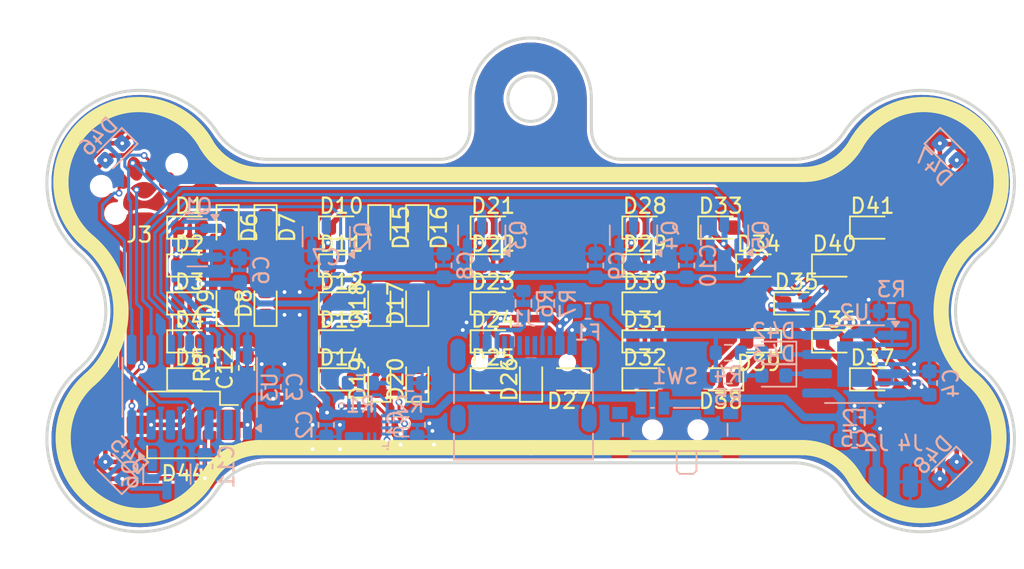
<source format=kicad_pcb>
(kicad_pcb (version 20240108) (generator "pcbnew") (generator_version "8.0")
  (layers (0 "F.Cu" signal) (31 "B.Cu" signal) (34 "B.Paste" user) (35 "F.Paste" user) (36 "B.SilkS" user "B.Silkscreen") (37 "F.SilkS" user "F.Silkscreen") (38 "B.Mask" user) (39 "F.Mask" user) (44 "Edge.Cuts" user))
  (net 0 "")
  (net 1 "+3.3V")
  (net 2 "Net-(D1-K)")
  (net 3 "Net-(D10-K)")
  (net 4 "Net-(D21-K)")
  (net 5 "Net-(D28-K)")
  (net 6 "Net-(D33-K)")
  (net 7 "GND")
  (net 8 "/DISP_F")
  (net 9 "/DISP_E")
  (net 10 "/DISP_L")
  (net 11 "/DISP_I")
  (net 14 "Net-(U1-FB)")
  (net 16 "Net-(SW1-A)")
  (net 19 "Net-(J1-CC2)")
  (net 20 "Net-(F1-Pad1)")
  (net 23 "Net-(J1-CC1)")
  (net 27 "Net-(U2-PROG)")
  (net 28 "Net-(U2-CE)")
  (net 30 "Net-(D42-K)")
  (net 31 "Net-(D42-A)")
  (net 32 "Net-(D43-K)")
  (net 33 "Net-(D43-A)")
  (net 38 "/Photo")
  (net 39 "/DISP_X_SCK")
  (net 40 "+BATT")
  (net 41 "/MISO")
  (net 42 "Net-(D45-K)")
  (net 43 "/BACK_MOSI")
  (net 44 "Net-(J2-Pin_1)")
  (net 47 "/~{RST}")
  (footprint "LED_SMD:LED_0603_1608Metric" (layer "F.Cu") (at 65 42.5)
    (property "Reference" "D2")
    (property "Value" "LED")
  )
  (footprint "LED_SMD:LED_0603_1608Metric" (layer "F.Cu") (at 95 40)
    (property "Reference" "D28")
    (property "Value" "LED")
  )
  (footprint "LED_SMD:LED_0603_1608Metric" (layer "F.Cu") (at 67.5 45 90)
    (property "Reference" "D9")
    (property "Value" "LED")
  )
  (footprint "LED_SMD:LED_0603_1608Metric" (layer "F.Cu") (at 65 45)
    (property "Reference" "D3")
    (property "Value" "LED")
  )
  (footprint "Capacitor_SMD:C_0603_1608Metric" (layer "F.Cu") (at 68.75 49.25 90)
    (property "Reference" "C12")
    (property "Value" "~")
  )
  (footprint "LED_SMD:LED_0603_1608Metric" (layer "F.Cu") (at 85 40)
    (property "Reference" "D21")
    (property "Value" "LED")
  )
  (footprint "LED_SMD:LED_0603_1608Metric" (layer "F.Cu") (at 85 50)
    (property "Reference" "D25")
    (property "Value" "LED")
  )
  (footprint "LED_SMD:LED_0603_1608Metric" (layer "F.Cu") (at 110 50)
    (property "Reference" "D37")
    (property "Value" "LED")
  )
  (footprint "LED_SMD:LED_0603_1608Metric" (layer "F.Cu") (at 77.5 50 90)
    (property "Reference" "D19")
    (property "Value" "LED")
  )
  (footprint "LED_SMD:LED_0603_1608Metric" (layer "F.Cu") (at 70 40 -90)
    (property "Reference" "D7")
    (property "Value" "LED")
  )
  (footprint "LED_SMD:LED_0603_1608Metric" (layer "F.Cu") (at 80 50 90)
    (property "Reference" "D20")
    (property "Value" "LED")
  )
  (footprint "LED_SMD:LED_0603_1608Metric" (layer "F.Cu") (at 105 45)
    (property "Reference" "D35")
    (property "Value" "LED")
  )
  (footprint "Resistor_SMD:R_0603_1608Metric" (layer "F.Cu") (at 67.250001 49.25 90)
    (property "Reference" "R8")
    (property "Value" "R")
  )
  (footprint "LED_SMD:LED_0603_1608Metric" (layer "F.Cu") (at 75 50)
    (property "Reference" "D14")
    (property "Value" "LED")
  )
  (footprint "LED_SMD:LED_0603_1608Metric" (layer "F.Cu") (at 95 47.5)
    (property "Reference" "D31")
    (property "Value" "LED")
  )
  (footprint "LED_SMD:LED_0603_1608Metric" (layer "F.Cu") (at 95 50)
    (property "Reference" "D32")
    (property "Value" "LED")
  )
  (footprint "LED_SMD:LED_0603_1608Metric" (layer "F.Cu") (at 110 40)
    (property "Reference" "D41")
    (property "Value" "LED")
  )
  (footprint "LED_SMD:LED_0603_1608Metric" (layer "F.Cu") (at 95 45)
    (property "Reference" "D30")
    (property "Value" "LED")
  )
  (footprint "LED_SMD:LED_0603_1608Metric" (layer "F.Cu") (at 100 40)
    (property "Reference" "D33")
    (property "Value" "LED")
  )
  (footprint "LED_SMD:LED_0603_1608Metric" (layer "F.Cu") (at 77.5 45 90)
    (property "Reference" "D18")
    (property "Value" "LED")
  )
  (footprint "LED_SMD:LED_0603_1608Metric" (layer "F.Cu") (at 85 42.5)
    (property "Reference" "D22")
    (property "Value" "LED")
  )
  (footprint "LED_SMD:LED_0603_1608Metric" (layer "F.Cu") (at 80 40 -90)
    (property "Reference" "D16")
    (property "Value" "LED")
  )
  (footprint "LED_SMD:LED_0603_1608Metric" (layer "F.Cu") (at 65 47.5)
    (property "Reference" "D4")
    (property "Value" "LED")
  )
  (footprint "LED_SMD:LED_0603_1608Metric" (layer "F.Cu") (at 80 45 90)
    (property "Reference" "D17")
    (property "Value" "LED")
  )
  (footprint "LED_SMD:LED_0603_1608Metric" (layer "F.Cu") (at 95 42.5)
    (property "Reference" "D29")
    (property "Value" "LED")
  )
  (footprint "LED_SMD:LED_0603_1608Metric" (layer "F.Cu") (at 85 47.5)
    (property "Reference" "D24")
    (property "Value" "LED")
  )
  (footprint "LED_SMD:LED_0603_1608Metric" (layer "F.Cu") (at 65 40)
    (property "Reference" "D1")
    (property "Value" "LED")
  )
  (footprint "LED_SMD:LED_0603_1608Metric" (layer "F.Cu") (at 75 42.5)
    (property "Reference" "D11")
    (property "Value" "LED")
  )
  (footprint "LED_SMD:LED_0603_1608Metric" (layer "F.Cu") (at 107.5 47.5)
    (property "Reference" "D36")
    (property "Value" "LED")
  )
  (footprint "LED_SMD:LED_0603_1608Metric" (layer "F.Cu") (at 70 45 90)
    (property "Reference" "D8")
    (property "Value" "LED")
  )
  (footprint "LED_SMD:LED_0603_1608Metric" (layer "F.Cu") (at 87.5 50 90)
    (property "Reference" "D26")
    (property "Value" "LED")
  )
  (footprint "LED_SMD:LED_0603_1608Metric" (layer "F.Cu") (at 102.5 42.5)
    (property "Reference" "D34")
    (property "Value" "LED")
  )
  (footprint "LED_SMD:LED_0603_1608Metric" (layer "F.Cu") (at 77.5 40 -90)
    (property "Reference" "D15")
    (property "Value" "LED")
  )
  (footprint "LED_SMD:LED_0603_1608Metric" (layer "F.Cu") (at 90 50 180)
    (property "Reference" "D27")
    (property "Value" "LED")
  )
  (footprint "LED_SMD:LED_0603_1608Metric" (layer "F.Cu") (at 85 45)
    (property "Reference" "D23")
    (property "Value" "LED")
  )
  (footprint "Paw-connect:Paw-Connect_RevA_TC2030-IDC-NL_2x03_P1.27mm_Vertical" (layer "F.Cu") (at 61.66 37.46)
    (property "Reference" "J3")
    (property "Value" "paw-connect")
  )
  (footprint "LED_SMD:LED_0603_1608Metric" (layer "F.Cu") (at 102.5 47.5 180)
    (property "Reference" "D39")
    (property "Value" "LED")
  )
  (footprint "LED_SMD:LED_0603_1608Metric" (layer "F.Cu") (at 75 45)
    (property "Reference" "D12")
    (property "Value" "LED")
  )
  (footprint "LED_SMD:LED_0603_1608Metric" (layer "F.Cu") (at 107.5 42.5)
    (property "Reference" "D40")
    (property "Value" "LED")
  )
  (footprint "LED_SMD:LED_0603_1608Metric" (layer "F.Cu") (at 75 40)
    (property "Reference" "D10")
    (property "Value" "LED")
  )
  (footprint "LED_SMD:LED_0603_1608Metric" (layer "F.Cu") (at 65 50)
    (property "Reference" "D5")
    (property "Value" "LED")
  )
  (footprint "OptoDevice:Osram_BPW34S-SMD" (layer "F.Cu") (at 64.6 53 180)
    (property "Reference" "D44")
    (property "Value" "BPW34-SMD")
  )
  (footprint "LED_SMD:LED_0603_1608Metric" (layer "F.Cu") (at 75 47.5)
    (property "Reference" "D13")
    (property "Value" "LED")
  )
  (footprint "LED_SMD:LED_0603_1608Metric" (layer "F.Cu") (at 100 50 180)
    (property "Reference" "D38")
    (property "Value" "LED")
  )
  (footprint "LED_SMD:LED_0603_1608Metric" (layer "F.Cu") (at 67.5 40 -90)
    (property "Reference" "D6")
    (property "Value" "LED")
  )
  (footprint "Connector_Wire:SolderWirePad_1x01_SMD_1x2mm" (layer "B.Cu") (at 110.25 56.75 180)
    (property "Reference" "J2")
    (property "Value" "BATT+")
  )
  (footprint "Capacitor_SMD:C_0603_1608Metric" (layer "B.Cu") (at 113.75 50.25 90)
    (property "Reference" "C4")
    (property "Value" "10u")
  )
  (footprint "Capacitor_SMD:C_0603_1608Metric" (layer "B.Cu") (at 66 55.75 90)
    (property "Reference" "C11")
    (property "Value" "10u")
  )
  (footprint "Package_TO_SOT_SMD:SOT-23" (layer "B.Cu") (at 74 40.6 90)
    (property "Reference" "Q2")
    (property "Value" "IRLML2502")
  )
  (footprint "Capacitor_SMD:C_0603_1608Metric" (layer "B.Cu") (at 81.75 42.5 90)
    (property "Reference" "C8")
    (property "Value" "10u")
  )
  (footprint "Resistor_SMD:R_0603_1608Metric" (layer "B.Cu") (at 111.25 45.5 180)
    (property "Reference" "R3")
    (property "Value" "18k")
  )
  (footprint "Capacitor_SMD:C_0603_1608Metric" (layer "B.Cu") (at 73.999999 53 -90)
    (property "Reference" "C2")
    (property "Value" "10u")
  )
  (footprint "Resistor_SMD:R_0603_1608Metric" (layer "B.Cu") (at 100.5 48.25)
    (property "Reference" "R4")
    (property "Value" "5k1")
  )
  (footprint "Capacitor_SMD:C_0603_1608Metric" (layer "B.Cu") (at 108.82 52.5)
    (property "Reference" "C5")
    (property "Value" "10u")
  )
  (footprint "LED_SMD:LED_0603_1608Metric" (layer "B.Cu") (at 60 35 -135)
    (property "Reference" "D46")
    (property "Value" "LED")
  )
  (footprint "Resistor_SMD:R_0603_1608Metric" (layer "B.Cu") (at 76.25 50.25)
    (property "Reference" "R1")
    (property "Value" "R")
  )
  (footprint "Resistor_SMD:R_0603_1608Metric" (layer "B.Cu") (at 100.5 49.75)
    (property "Reference" "R5")
    (property "Value" "5k1")
  )
  (footprint "Resistor_SMD:R_0603_1608Metric" (layer "B.Cu") (at 88.5 45 90)
    (property "Reference" "R7")
    (property "Value" "5k1")
  )
  (footprint "Resistor_SMD:R_0603_1608Metric" (layer "B.Cu") (at 79.5 50.25)
    (property "Reference" "R2")
    (property "Value" "R")
  )
  (footprint "Package_TO_SOT_SMD:SOT-23" (layer "B.Cu") (at 63.5 56.25 -90)
    (property "Reference" "Q6")
    (property "Value" "IRLML2502")
  )
  (footprint "Capacitor_SMD:C_0603_1608Metric" (layer "B.Cu") (at 70.5 50.5 90)
    (property "Reference" "C3")
    (property "Value" "100n")
  )
  (footprint "Fuse:Fuse_0603_1608Metric_Pad1.05x0.95mm_HandSolder" (layer "B.Cu") (at 108.82 54 180)
    (property "Reference" "F2")
    (property "Value" "500mA")
  )
  (footprint "Resistor_SMD:R_0603_1608Metric" (layer "B.Cu") (at 87 45 90)
    (property "Reference" "R6")
    (property "Value" "5k1")
  )
  (footprint "Package_TO_SOT_SMD:SOT-23" (layer "B.Cu") (at 84.25 40.5 90)
    (property "Reference" "Q3")
    (property "Value" "IRLML2502")
  )
  (footprint "LED_SMD:LED_0603_1608Metric" (layer "B.Cu") (at 103.5 49.75 180)
    (property "Reference" "D43")
    (property "Value" "LED gn 150mcd")
  )
  (footprint "MPS:MPM3810" (layer "B.Cu") (at 76.5 53 90)
    (property "Reference" "U1")
    (property "Value" "MPM3810")
  )
  (footprint "Connector_USB:USB_C_Receptacle_G-Switch_GT-USB-7010ASV" (layer "B.Cu") (at 87 51.5 180)
    (property "Reference" "J1")
    (property "Value" "USB_C_Receptacle_USB2.0_16P")
  )
  (footprint "Package_TO_SOT_SMD:SOT-23" (layer "B.Cu") (at 94.25 40.5 90)
    (property "Reference" "Q4")
    (property "Value" "IRLML2502")
  )
  (footprint "Package_SO:SOIC-8-1EP_3.9x4.9mm_P1.27mm_EP2.29x3mm" (layer "B.Cu") (at 108.82 49 180)
    (property "Reference" "U2")
    (property "Value" "TP4056")
  )
  (footprint "Capacitor_SMD:C_0603_1608Metric" (layer "B.Cu") (at 74 43.4 180)
    (property "Reference" "C7")
    (property "Value" "10u")
  )
  (footprint "Capacitor_SMD:C_0603_1608Metric" (layer "B.Cu") (at 97.75 42.5 90)
    (property "Reference" "C10")
    (property "Value" "10u")
  )
  (footprint "LED_SMD:LED_0603_1608Metric" (layer "B.Cu") (at 103.5 48.25 180)
    (property "Reference" "D42")
    (property "Value" "LED rd 450mcd")
  )
  (footprint "Capacitor_SMD:C_0603_1608Metric" (layer "B.Cu") (at 91.75 42.5 90)
    (property "Reference" "C9")
    (property "Value" "10u")
  )
  (footprint "Connector_Wire:SolderWirePad_1x01_SMD_1x2mm" (layer "B.Cu") (at 112.5 56.75 180)
    (property "Reference" "J4")
    (property "Value" "BATT-")
  )
  (footprint "Fuse:Fuse_0603_1608Metric_Pad1.05x0.95mm_HandSolder" (layer "B.Cu") (at 91.25 45.5)
    (property "Reference" "F1")
    (property "Value" "500mA")
  )
  (footprint "Capacitor_SMD:C_0603_1608Metric" (layer "B.Cu") (at 68.3 42.8 90)
    (property "Reference" "C6")
    (property "Value" "10u")
  )
  (footprint "LED_SMD:LED_0603_1608Metric" (layer "B.Cu") (at 115 56 -135)
    (property "Reference" "D48")
    (property "Value" "LED")
  )
  (footprint "LED_SMD:LED_0603_1608Metric" (layer "B.Cu") (at 115 35 -45)
    (property "Reference" "D47")
    (property "Value" "LED")
  )
  (footprint "Button_Switch_SMD:SW_SPDT_PCM12" (layer "B.Cu") (at 97 53 180)
    (property "Reference" "SW1")
    (property "Value" "SW_SPDT")
  )
  (footprint "Package_TO_SOT_SMD:SOT-23" (layer "B.Cu") (at 100.25 40.5 90)
    (property "Reference" "Q5")
    (property "Value" "IRLML2502")
  )
  (footprint "LED_SMD:LED_0603_1608Metric" (layer "B.Cu") (at 60 56 135)
    (property "Reference" "D45")
    (property "Value" "LED")
  )
  (footprint "Capacitor_SMD:C_0603_1608Metric" (layer "B.Cu") (at 79.999999 53 -90)
    (property "Reference" "C1")
    (property "Value" "10u")
  )
  (footprint "Package_SO:SOIC-14_3.9x8.7mm_P1.27mm" (layer "B.Cu") (at 65 50.525 90)
    (property "Reference" "U3")
    (property "Value" "ATtiny24")
  )
  (footprint "Package_TO_SOT_SMD:SOT-23" (layer "B.Cu") (at 65.5 41 180)
    (property "Reference" "Q1")
    (property "Value" "IRLML2502")
  )
  (gr_arc (start 66.184754 56.466347) (mid 58.508505 57.797635) (end 58.42239 50.007275) (stroke (width 1)) (layer "F.SilkS"))
  (gr_arc (start 116.577624 50.007275) (mid 114.525245 45.44677) (end 116.658552 40.923555) (stroke (width 1)) (layer "F.SilkS"))
  (gr_arc (start 105.370807 54.5) (mid 107.353909 55.026197) (end 108.81526 56.466347) (stroke (width 1)) (layer "F.SilkS"))
  (gr_line (start 69.629206 54.5) (end 87.500007 54.5) (stroke (width 1)) (layer "F.SilkS"))
  (gr_arc (start 58.341462 40.923555) (mid 58.355295 33.076495) (end 66.076327 34.477279) (stroke (width 1)) (layer "F.SilkS"))
  (gr_line (start 87.500007 36.5) (end 69.553449 36.5) (stroke (width 1)) (layer "F.SilkS"))
  (gr_arc (start 58.341462 40.923555) (mid 60.474767 45.44677) (end 58.42239 50.007275) (stroke (width 1)) (layer "F.SilkS"))
  (gr_line (start 105.446567 36.5) (end 87.500007 36.5) (stroke (width 1)) (layer "F.SilkS"))
  (gr_line (start 87.500007 54.5) (end 105.370807 54.5) (stroke (width 1)) (layer "F.SilkS"))
  (gr_arc (start 116.577624 50.007275) (mid 116.491484 57.797629) (end 108.81526 56.466347) (stroke (width 1)) (layer "F.SilkS"))
  (gr_arc (start 108.923687 34.477279) (mid 107.457895 35.957536) (end 105.446567 36.5) (stroke (width 1)) (layer "F.SilkS"))
  (gr_arc (start 108.923687 34.477279) (mid 116.644717 33.076496) (end 116.658552 40.923555) (stroke (width 1)) (layer "F.SilkS"))
  (gr_arc (start 69.553449 36.5) (mid 67.54212 35.957536) (end 66.076327 34.477279) (stroke (width 1)) (layer "F.SilkS"))
  (gr_arc (start 66.184754 56.466347) (mid 67.646104 55.026197) (end 69.629206 54.5) (stroke (width 1)) (layer "F.SilkS"))
  (gr_circle (center 87.475 31.5) (end 88.975 31.5) (stroke (width 0.2)) (fill none) (layer "Edge.Cuts"))
  (gr_line (start 117.217249 41.717283) (end 117.217478 41.718279) (stroke (width 0.2)) (layer "Edge.Cuts"))
  (gr_arc (start 70.149 35.5) (mid 68.253047 35.022125) (end 66.810109 33.702681) (stroke (width 0.2)) (layer "Edge.Cuts"))
  (gr_line (start 57.732529 41.718285) (end 57.732759 41.717288) (stroke (width 0.2)) (layer "Edge.Cuts"))
  (gr_line (start 83.475 33.5) (end 83.475 31.5) (stroke (width 0.2)) (layer "Edge.Cuts"))
  (gr_arc (start 117.217478 49.281722) (mid 115.475001 45.5) (end 117.217478 41.718279) (stroke (width 0.2)) (layer "Edge.Cuts"))
  (gr_line (start 104.801 55.4995) (end 87.475 55.4995) (stroke (width 0.2)) (layer "Edge.Cuts"))
  (gr_arc (start 57.732759 41.717288) (mid 57.658485 32.485241) (end 66.810343 33.701671) (stroke (width 0.2)) (layer "Edge.Cuts"))
  (gr_arc (start 66.810108 57.296819) (mid 68.253047 55.977375) (end 70.149 55.4995) (stroke (width 0.2)) (layer "Edge.Cuts"))
  (gr_line (start 70.149 35.5) (end 81.475 35.5) (stroke (width 0.2)) (layer "Edge.Cuts"))
  (gr_line (start 66.810343 33.701671) (end 66.810109 33.702681) (stroke (width 0.2)) (layer "Edge.Cuts"))
  (gr_line (start 93.475 35.5) (end 104.801 35.5) (stroke (width 0.2)) (layer "Edge.Cuts"))
  (gr_arc (start 57.732529 41.718285) (mid 59.474999 45.5) (end 57.73253 49.281715) (stroke (width 0.2)) (layer "Edge.Cuts"))
  (gr_arc (start 108.139669 33.701651) (mid 117.291521 32.485245) (end 117.217249 41.717283) (stroke (width 0.2)) (layer "Edge.Cuts"))
  (gr_arc (start 83.475 31.5) (mid 87.475 27.5) (end 91.475 31.5) (stroke (width 0.2)) (layer "Edge.Cuts"))
  (gr_line (start 104.801 35.499999) (end 104.801 35.5) (stroke (width 0.2)) (layer "Edge.Cuts"))
  (gr_line (start 117.217478 49.281722) (end 117.217249 49.28122) (stroke (width 0.2)) (layer "Edge.Cuts"))
  (gr_arc (start 108.139898 33.702667) (mid 106.696959 35.022119) (end 104.801 35.499999) (stroke (width 0.2)) (layer "Edge.Cuts"))
  (gr_arc (start 66.810342 57.29683) (mid 57.658485 58.513259) (end 57.732759 49.281214) (stroke (width 0.2)) (layer "Edge.Cuts"))
  (gr_arc (start 104.801 55.4995) (mid 106.696959 55.977379) (end 108.139898 57.296831) (stroke (width 0.2)) (layer "Edge.Cuts"))
  (gr_line (start 87.475 55.4995) (end 70.149 55.4995) (stroke (width 0.2)) (layer "Edge.Cuts"))
  (gr_line (start 66.810108 57.296819) (end 66.810342 57.29683) (stroke (width 0.2)) (layer "Edge.Cuts"))
  (gr_arc (start 117.217249 49.28122) (mid 117.291519 58.513254) (end 108.139671 57.296848) (stroke (width 0.2)) (layer "Edge.Cuts"))
  (gr_line (start 108.139671 57.296848) (end 108.139898 57.296831) (stroke (width 0.2)) (layer "Edge.Cuts"))
  (gr_arc (start 93.475 35.5) (mid 92.060786 34.914214) (end 91.475 33.5) (stroke (width 0.2)) (layer "Edge.Cuts"))
  (gr_line (start 108.139898 33.702667) (end 108.139669 33.701651) (stroke (width 0.2)) (layer "Edge.Cuts"))
  (gr_line (start 57.732759 49.281214) (end 57.73253 49.281715) (stroke (width 0.2)) (layer "Edge.Cuts"))
  (gr_arc (start 83.475 33.5) (mid 82.889214 34.914214) (end 81.475 35.5) (stroke (width 0.2)) (layer "Edge.Cuts"))
  (gr_line (start 91.475 31.5) (end 91.475 33.5) (stroke (width 0.2)) (layer "Edge.Cuts"))
  (segment (start 60.5 41.75) (end 60.5 53.5) (width 0.3) (layer "F.Cu") (net 1))
  (segment (start 78 54) (end 78 52.4) (width 0.2) (layer "F.Cu") (net 1))
  (segment (start 59.443153 54.556847) (end 59.443153 55.443153) (width 0.3) (layer "F.Cu") (net 1))
  (segment (start 60.5 53.5) (end 59.443153 54.556847) (width 0.3) (layer "F.Cu") (net 1))
  (segment (start 70 44.125) (end 67.5 44.125) (width 0.4) (layer "F.Cu") (net 1))
  (segment (start 110.875 40) (end 108.375 42.5) (width 0.4) (layer "F.Cu") (net 1))
  (segment (start 75.875 47.5) (end 75.875 50) (width 0.4) (layer "F.Cu") (net 1))
  (segment (start 114.181847 36.931847) (end 115.556847 35.556847) (width 0.3) (layer "F.Cu") (net 1))
  (segment (start 95.875 45) (end 95.875 47.5) (width 0.4) (layer "F.Cu") (net 1))
  (segment (start 60.741677 35.25) (end 61.491677 34.5) (width 0.3) (layer "F.Cu") (net 1))
  (segment (start 103.350001 45.862498) (end 101.712499 47.5) (width 0.4) (layer "F.Cu") (net 1))
  (segment (start 68.81 53) (end 67.65 53) (width 0.4) (layer "F.Cu") (net 1))
  (segment (start 95.875 40) (end 95.875 42.5) (width 0.4) (layer "F.Cu") (net 1))
  (segment (start 77.5 49.125) (end 77.5 49.5) (width 0.4) (layer "F.Cu") (net 1))
  (segment (start 65.875 47.5) (end 65.875 45) (width 0.4) (layer "F.Cu") (net 1))
  (segment (start 58 37) (end 58 39.25) (width 0.3) (layer "F.Cu") (net 1))
  (segment (start 101.625 47.5) (end 99.125 50) (width 0.4) (layer "F.Cu") (net 1))
  (segment (start 75.875 42.5) (end 75.875 43.4) (width 0.4) (layer "F.Cu") (net 1))
  (segment (start 70.5 51.275) (end 73.1375 51.275) (width 0.4) (layer "F.Cu") (net 1))
  (segment (start 114 48.207107) (end 115 49.207107) (width 0.3) (layer "F.Cu") (net 1))
  (segment (start 80 49.125) (end 77.5 49.125) (width 0.4) (layer "F.Cu") (net 1))
  (segment (start 85.875 42.5) (end 85.875 43.25) (width 0.4) (layer "F.Cu") (net 1))
  (segment (start 63.48 36.9) (end 65.1 36.9) (width 0.3) (layer "F.Cu") (net 1))
  (segment (start 85.7875 45) (end 85.568606 45) (width 0.4) (layer "F.Cu") (net 1))
  (segment (start 77 50) (end 75.875 50) (width 0.4) (layer "F.Cu") (net 1))
  (segment (start 64.5 34.5) (end 66 36) (width 0.3) (layer "F.Cu") (net 1))
  (segment (start 66.5 53) (end 67.65 53) (width 0.3) (layer "F.Cu") (net 1))
  (segment (start 66 36) (end 67 37) (width 0.3) (layer "F.Cu") (net 1))
  (segment (start 84.784303 45.784303) (end 84.784303 46.715697) (width 0.4) (layer "F.Cu") (net 1))
  (segment (start 95.875 47.5) (end 95.875 50) (width 0.4) (layer "F.Cu") (net 1))
  (segment (start 95.875 43.25) (end 95.875 45) (width 0.4) (layer "F.Cu") (net 1))
  (segment (start 87.5 49.125) (end 87.5 49.5) (width 0.4) (layer "F.Cu") (net 1))
  (segment (start 62.025 56.525) (end 60.943153 55.443153) (width 0.3) (layer "F.Cu") (net 1))
  (segment (start 103.350001 45.129442) (end 103.350001 45.862498) (width 0.4) (layer "F.Cu") (net 1))
  (segment (start 85.568606 45) (end 84.784303 45.784303) (width 0.4) (layer "F.Cu") (net 1))
  (segment (start 114.443153 55.306847) (end 114.443153 56.556847) (width 0.3) (layer "F.Cu") (net 1))
  (segment (start 106.6875 44.1875) (end 105.875 45) (width 0.4) (layer "F.Cu") (net 1))
  (segment (start 95.875 42.5) (end 95.875 43.25) (width 0.4) (layer "F.Cu") (net 1))
  (segment (start 70 40.875) (end 67.5 40.875) (width 0.4) (layer "F.Cu") (net 1))
  (segment (start 84.784303 46.715697) (end 85.568606 47.5) (width 0.4) (layer "F.Cu") (net 1))
  (segment (start 85.875 47.5) (end 85.875 50) (width 0.4) (layer "F.Cu") (net 1))
  (segment (start 77.5 44.125) (end 77.5 44.5) (width 0.4) (layer "F.Cu") (net 1))
  (segment (start 88.250001 49.125) (end 89.125001 50) (width 0.4) (layer "F.Cu") (net 1))
  (segment (start 77.5 40.875) (end 77.5 40.5) (width 0.4) (layer "F.Cu") (net 1))
  (segment (start 87.5 49.125) (end 88.250001 49.125) (width 0.4) (layer "F.Cu") (net 1))
  (segment (start 60.943153 55.443153) (end 59.443153 55.443153) (width 0.3) (layer "F.Cu") (net 1))
  (segment (start 67 45) (end 65.875 45) (width 0.4) (layer "F.Cu") (net 1))
  (segment (start 77 45) (end 75.875 45) (width 0.4) (layer "F.Cu") (net 1))
  (segment (start 59.443153 35.556847) (end 59.75 35.25) (width 0.3) (layer "F.Cu") (net 1))
  (segment (start 65.875 50) (end 65.875 47.5) (width 0.4) (layer "F.Cu") (net 1))
  (segment (start 66 56.525) (end 66 53.5) (width 0.3) (layer "F.Cu") (net 1))
  (segment (start 65.875 42.5) (end 65.875 40) (width 0.4) (layer "F.Cu") (net 1))
  (segment (start 103.375 42.5) (end 105.875 45) (width 0.4) (layer "F.Cu") (net 1))
  (segment (start 67.5 44.5) (end 67 45) (width 0.4) (layer "F.Cu") (net 1))
  (segment (start 101.7125 47.5) (end 101.7125 47.474783) (width 0.4) (layer "F.Cu") (net 1))
  (segment (start 77.5 40.5) (end 77 40) (width 0.4) (layer "F.Cu") (net 1))
  (segment (start 108.375 47.5) (end 110.875 50) (width 0.4) (layer "F.Cu") (net 1))
  (segment (start 115 54.75) (end 114.443153 55.306847) (width 0.3) (layer "F.Cu") (net 1))
  (segment (start 61.491677 34.5) (end 64.5 34.5) (width 0.3) (layer "F.Cu") (net 1))
  (segment (start 75.875 40) (end 75.875 42.5) (width 0.4) (layer "F.Cu") (net 1))
  (segment (start 87 50) (end 85.875 50) (width 0.4) (layer "F.Cu") (net 1))
  (segment (start 65.875 43.7) (end 65.875 45) (width 0.4) (layer "F.Cu") (net 1))
  (segment (start 85.875 40) (end 85.875 42.5) (width 0.4) (layer "F.Cu") (net 1))
  (segment (start 115 49.207107) (end 115 54.75) (width 0.3) (layer "F.Cu") (net 1))
  (segment (start 77.5 49.5) (end 77 50) (width 0.4) (layer "F.Cu") (net 1))
  (segment (start 75.875 43.4) (end 75.875 45) (width 0.4) (layer "F.Cu") (net 1))
  (segment (start 105.875 45) (end 108.375 47.5) (width 0.4) (layer "F.Cu") (net 1))
  (segment (start 77.35 51.75) (end 75 51.75) (width 0.2) (layer "F.Cu") (net 1))
  (segment (start 66 53.5) (end 66.5 53) (width 0.3) (layer "F.Cu") (net 1))
  (segment (start 85.875 43.25) (end 85.875 45) (width 0.4) (layer "F.Cu") (net 1))
  (segment (start 59.75 35.25) (end 60.741677 35.25) (width 0.3) (layer "F.Cu") (net 1))
  (segment (start 80 40.875) (end 77.5 40.875) (width 0.4) (layer "F.Cu") (net 1))
  (segment (start 102.6875 41.8125) (end 103.375 42.5) (width 0.4) (layer "F.Cu") (net 1))
  (segment (start 58 39.25) (end 60.5 41.75) (width 0.3) (layer "F.Cu") (net 1))
  (segment (start 114.113694 37) (end 114.181847 36.931847) (width 0.3) (layer "F.Cu") (net 1))
  (segment (start 65.875 42.5) (end 65.875 43.7) (width 0.4) (layer "F.Cu") (net 1))
  (segment (start 67 40) (end 65.875 40) (width 0.4) (layer "F.Cu") (net 1))
  (segment (start 100.875 40) (end 102.6875 41.8125) (width 0.4) (layer "F.Cu") (net 1))
  (segment (start 75.875 45) (end 75.875 47.5) (width 0.4) (layer "F.Cu") (net 1))
  (segment (start 114.181847 36.931847) (end 114 37.113694) (width 0.3) (layer "F.Cu") (net 1))
  (segment (start 85.568606 47.5) (end 85.7875 47.5) (width 0.4) (layer "F.Cu") (net 1))
  (segment (start 108.375 42.5) (end 106.6875 44.1875) (width 0.4) (layer "F.Cu") (net 1))
  (segment (start 59.443153 35.556847) (end 58 37) (width 0.3) (layer "F.Cu") (net 1))
  (segment (start 67.5 40.5) (end 67 40) (width 0.4) (layer "F.Cu") (net 1))
  (segment (start 80 44.125) (end 77.5 44.125) (width 0.4) (layer "F.Cu") (net 1))
  (segment (start 67.5 44.125) (end 67.5 44.5) (width 0.4) (layer "F.Cu") (net 1))
  (segment (start 67.5 40.875) (end 67.5 40.5) (width 0.4) (layer "F.Cu") (net 1))
  (segment (start 77.5 44.5) (end 77 45) (width 0.4) (layer "F.Cu") (net 1))
  (segment (start 73.1375 51.275) (end 74.05625 52.19375) (width 0.4) (layer "F.Cu") (net 1))
  (segment (start 114 37.113694) (end 114 48.207107) (width 0.3) (layer "F.Cu") (net 1))
  (segment (start 77 40) (end 75.875 40) (width 0.4) (layer "F.Cu") (net 1))
  (segment (start 66 56.525) (end 62.025 56.525) (width 0.3) (layer "F.Cu") (net 1))
  (segment (start 87.5 49.5) (end 87 50) (width 0.4) (layer "F.Cu") (net 1))
  (segment (start 78 52.4) (end 77.35 51.75) (width 0.2) (layer "F.Cu") (net 1))
  (segment (start 65.1 36.9) (end 66 36) (width 0.3) (layer "F.Cu") (net 1))
  (segment (start 67 37) (end 114.113694 37) (width 0.3) (layer "F.Cu") (net 1))
  (via (at 95.875 43.25) (size 0.45) (drill 0.25) (layers "F.Cu" "B.Cu") (net 1))
  (via (at 103.350001 45.129442) (size 0.45) (drill 0.25) (layers "F.Cu" "B.Cu") (net 1))
  (via (at 70.5 51.275) (size 0.45) (drill 0.25) (layers "F.Cu" "B.Cu") (net 1))
  (via (at 115.556847 35.556847) (size 0.45) (drill 0.25) (layers "F.Cu" "B.Cu") (net 1))
  (via (at 75 51.75) (size 0.45) (drill 0.25) (layers "F.Cu" "B.Cu") (net 1))
  (via (at 66 56.525) (size 0.45) (drill 0.25) (layers "F.Cu" "B.Cu") (net 1))
  (via (at 65.875 43.7) (size 0.45) (drill 0.25) (layers "F.Cu" "B.Cu") (net 1))
  (via (at 75.875 43.4) (size 0.45) (drill 0.25) (layers "F.Cu" "B.Cu") (net 1))
  (via (at 85.875 43.25) (size 0.45) (drill 0.25) (layers "F.Cu" "B.Cu") (net 1))
  (via (at 74.05625 52.19375) (size 0.45) (drill 0.25) (layers "F.Cu" "B.Cu") (net 1))
  (via (at 106.6875 44.1875) (size 0.45) (drill 0.25) (layers "F.Cu" "B.Cu") (net 1))
  (via (at 59.443153 55.443153) (size 0.45) (drill 0.25) (layers "F.Cu" "B.Cu") (net 1))
  (via (at 102.6875 41.8125) (size 0.45) (drill 0.25) (layers "F.Cu" "B.Cu") (net 1))
  (via (at 78 54) (size 0.45) (drill 0.25) (layers "F.Cu" "B.Cu") (net 1))
  (via (at 68.81 53) (size 0.45) (drill 0.25) (layers "F.Cu" "B.Cu") (net 1))
  (via (at 114.443153 56.556847) (size 0.45) (drill 0.25) (layers "F.Cu" "B.Cu") (net 1))
  (via (at 59.443153 35.556847) (size 0.45) (drill 0.25) (layers "F.Cu" "B.Cu") (net 1))
  (segment (start 75 51.75) (end 75 52.25) (width 0.2) (layer "B.Cu") (net 1))
  (segment (start 69.537499 45) (end 73.2 45) (width 0.4) (layer "B.Cu") (net 1))
  (segment (start 68.2 43.662501) (end 69.537499 45) (width 0.4) (layer "B.Cu") (net 1))
  (segment (start 73.2 50.5) (end 73.2 45) (width 0.5) (layer "B.Cu") (net 1))
  (segment (start 78 54) (end 78 53.65) (width 0.2) (layer "B.Cu") (net 1))
  (segment (start 97.75 43.275) (end 101.225 43.275) (width 0.4) (layer "B.Cu") (net 1))
  (segment (start 95.875 43.25) (end 91.775 43.25) (width 0.4) (layer "B.Cu") (net 1))
  (segment (start 73.2 45) (end 73.2625 45) (width 0.4) (layer "B.Cu") (net 1))
  (segment (start 97.725 43.25) (end 97.75 43.275) (width 0.4) (layer "B.Cu") (net 1))
  (segment (start 73.999999 51.299999) (end 73.2 50.5) (width 0.5) (layer "B.Cu") (net 1))
  (segment (start 85.875 43.25) (end 81.775 43.25) (width 0.4) (layer "B.Cu") (net 1))
  (segment (start 105.745558 45.129442) (end 106.6875 44.1875) (width 0.4) (layer "B.Cu") (net 1))
  (segment (start 68.81 51.69) (end 68.81 53) (width 0.4) (layer "B.Cu") (net 1))
  (segment (start 75.825 52.25) (end 75 52.25) (width 0.5) (layer "B.Cu") (net 1))
  (segment (start 75.5 51.975) (end 75.5 50.6625) (width 0.2) (layer "B.Cu") (net 1))
  (segment (start 69.225 51.275) (end 68.81 51.69) (width 0.4) (layer "B.Cu") (net 1))
  (segment (start 75.875 43.4) (end 74.8625 43.4) (width 0.4) (layer "B.Cu") (net 1))
  (segment (start 85.875 43.25) (end 91.725 43.25) (width 0.4) (layer "B.Cu") (net 1))
  (segment (start 73.2625 45) (end 74.8625 43.4) (width 0.4) (layer "B.Cu") (net 1))
  (segment (start 78 53.65) (end 77.95 53.6) (width 0.2) (layer "B.Cu") (net 1))
  (segment (start 74.05625 52.19375) (end 73.999999 52.137499) (width 0.5) (layer "B.Cu") (net 1))
  (segment (start 74.1125 52.25) (end 74.05625 52.19375) (width 0.5) (layer "B.Cu") (net 1))
  (segment (start 91.725 43.25) (end 91.75 43.275) (width 0.4) (layer "B.Cu") (net 1))
  (segment (start 95.875 43.25) (end 97.725 43.25) (width 0.4) (layer "B.Cu") (net 1))
  (segment (start 65.875 43.7) (end 68.262501 43.7) (width 0.4) (layer "B.Cu") (net 1))
  (segment (start 103.350001 45.129442) (end 105.745558 45.129442) (width 0.4) (layer "B.Cu") (net 1))
  (segment (start 101.225 43.275) (end 102.6875 41.8125) (width 0.4) (layer "B.Cu") (net 1))
  (segment (start 75.875 43.4) (end 76 43.275) (width 0.4) (layer "B.Cu") (net 1))
  (segment (start 68.262501 43.7) (end 68.3 43.662501) (width 0.4) (layer "B.Cu") (net 1))
  (segment (start 91.775 43.25) (end 91.75 43.275) (width 0.4) (layer "B.Cu") (net 1))
  (segment (start 70.5 51.275) (end 69.225 51.275) (width 0.4) (layer "B.Cu") (net 1))
  (segment (start 76 43.275) (end 81.75 43.275) (width 0.4) (layer "B.Cu") (net 1))
  (segment (start 75 52.25) (end 74.1125 52.25) (width 0.5) (layer "B.Cu") (net 1))
  (segment (start 81.775 43.25) (end 81.75 43.275) (width 0.4) (layer "B.Cu") (net 1))
  (segment (start 73.999999 52.137499) (end 73.999999 51.299999) (width 0.5) (layer "B.Cu") (net 1))
  (segment (start 65 39.125) (end 64.125 40) (width 0.4) (layer "F.Cu") (net 2))
  (segment (start 66.6 45.75) (end 67.4625 45.75) (width 0.4) (layer "F.Cu") (net 2))
  (segment (start 64.125 45.75) (end 64.125 50) (width 0.4) (layer "F.Cu") (net 2))
  (segment (start 67.5 39.125) (end 65 39.125) (width 0.4) (layer "F.Cu") (net 2))
  (segment (start 64.125 44) (end 64.125 41.75) (width 0.4) (layer "F.Cu") (net 2))
  (segment (start 64.125 40) (end 64.125 41.75) (width 0.4) (layer "F.Cu") (net 2))
  (segment (start 64.125 45.75) (end 64.125 44) (width 0.4) (layer "F.Cu") (net 2))
  (segment (start 70 39.125) (end 67.5 39.125) (width 0.4) (layer "F.Cu") (net 2))
  (segment (start 67.5 45.7875) (end 70 45.7875) (width 0.4) (layer "F.Cu") (net 2))
  (segment (start 67.4625 45.75) (end 67.5 45.7875) (width 0.4) (layer "F.Cu") (net 2))
  (via (at 64.125 41.75) (size 0.45) (drill 0.25) (layers "F.Cu" "B.Cu") (net 2))
  (via (at 66.6 45.75) (size 0.45) (drill 0.25) (layers "F.Cu" "B.Cu") (net 2))
  (via (at 64.125 44) (size 0.45) (drill 0.25) (layers "F.Cu" "B.Cu") (net 2))
  (segment (start 64.25 41.625) (end 64.125 41.75) (width 0.4) (layer "B.Cu") (net 2))
  (segment (start 64.5625 41) (end 64.25 41.3125) (width 0.4) (layer "B.Cu") (net 2))
  (segment (start 64.25 41.3125) (end 64.25 41.625) (width 0.4) (layer "B.Cu") (net 2))
  (segment (start 66.6 45.75) (end 65.875 45.75) (width 0.4) (layer "B.Cu") (net 2))
  (segment (start 65.875 45.75) (end 64.125 44) (width 0.4) (layer "B.Cu") (net 2))
  (segment (start 74.125 45) (end 74.125 46.25) (width 0.4) (layer "F.Cu") (net 3))
  (segment (start 74.125 42.5) (end 74.125 45) (width 0.4) (layer "F.Cu") (net 3))
  (segment (start 80 39.125) (end 77.5 39.125) (width 0.4) (layer "F.Cu") (net 3))
  (segment (start 77.5 50.875) (end 75 50.875) (width 0.4) (layer "F.Cu") (net 3))
  (segment (start 76.6 45.875) (end 77.5 45.875) (width 0.4) (layer "F.Cu") (net 3))
  (segment (start 74.125 40) (end 74.125 41) (width 0.4) (layer "F.Cu") (net 3))
  (segment (start 80 50.875) (end 77.5 50.875) (width 0.4) (layer "F.Cu") (net 3))
  (segment (start 75 50.875) (end 74.125 50) (width 0.4) (layer "F.Cu") (net 3))
  (segment (start 74.125 41) (end 74.125 42.5) (width 0.4) (layer "F.Cu") (net 3))
  (segment (start 80 45.875) (end 76.6 45.875) (width 0.4) (layer "F.Cu") (net 3))
  (segment (start 74.125 47.5) (end 74.125 50) (width 0.4) (layer "F.Cu") (net 3))
  (segment (start 75 39.125) (end 74.125 40) (width 0.4) (layer "F.Cu") (net 3))
  (segment (start 74.125 46.25) (end 74.125 47.5) (width 0.4) (layer "F.Cu") (net 3))
  (segment (start 77.5 39.125) (end 75 39.125) (width 0.4) (layer "F.Cu") (net 3))
  (via (at 74.125 46.25) (size 0.45) (drill 0.25) (layers "F.Cu" "B.Cu") (net 3))
  (via (at 74.125 41) (size 0.45) (drill 0.25) (layers "F.Cu" "B.Cu") (net 3))
  (via (at 76.6 45.875) (size 0.45) (drill 0.25) (layers "F.Cu" "B.Cu") (net 3))
  (segment (start 76.6 45.875) (end 74.5 45.875) (width 0.4) (layer "B.Cu") (net 3))
  (segment (start 74.5 45.875) (end 74.125 46.25) (width 0.4) (layer "B.Cu") (net 3))
  (segment (start 74 40.875) (end 74.125 41) (width 0.4) (layer "B.Cu") (net 3))
  (segment (start 74 39.662499) (end 74 40.875) (width 0.4) (layer "B.Cu") (net 3))
  (segment (start 84.125 42.5) (end 84.125 45) (width 0.4) (layer "F.Cu") (net 4))
  (segment (start 84.885 49.24) (end 84.125 50) (width 0.4) (layer "F.Cu") (net 4))
  (segment (start 89.999999 50.875) (end 90.874999 50) (width 0.4) (layer "F.Cu") (net 4))
  (segment (start 85 50.875) (end 84.125 50) (width 0.4) (layer "F.Cu") (net 4))
  (segment (start 84.885 48.26) (end 84.885 49.24) (width 0.4) (layer "F.Cu") (net 4))
  (segment (start 87.5 50.875) (end 85 50.875) (width 0.4) (layer "F.Cu") (net 4))
  (segment (start 84.125 40) (end 84.125 41) (width 0.4) (layer "F.Cu") (net 4))
  (segment (start 84.125 45) (end 84.125 47.5) (width 0.4) (layer "F.Cu") (net 4))
  (segment (start 84.125 41) (end 84.125 42.5) (width 0.4) (layer "F.Cu") (net 4))
  (segment (start 87.5 50.875) (end 89.999999 50.875) (width 0.4) (layer "F.Cu") (net 4))
  (segment (start 84.125 47.5) (end 84.885 48.26) (width 0.4) (layer "F.Cu") (net 4))
  (via (at 84.125 41) (size 0.45) (drill 0.25) (layers "F.Cu" "B.Cu") (net 4))
  (segment (start 84.25 39.562499) (end 84.25 40.875) (width 0.4) (layer "B.Cu") (net 4))
  (segment (start 84.25 40.875) (end 84.125 41) (width 0.4) (layer "B.Cu") (net 4))
  (segment (start 94.125 42.5) (end 94.125 45) (width 0.4) (layer "F.Cu") (net 5))
  (segment (start 94.125 47.5) (end 94.125 50) (width 0.4) (layer "F.Cu") (net 5))
  (segment (start 94.125 41) (end 94.125 42.5) (width 0.4) (layer "F.Cu") (net 5))
  (segment (start 94.125 40) (end 94.125 41) (width 0.4) (layer "F.Cu") (net 5))
  (segment (start 94.125 45) (end 94.125 47.5) (width 0.4) (layer "F.Cu") (net 5))
  (via (at 94.125 41) (size 0.45) (drill 0.25) (layers "F.Cu" "B.Cu") (net 5))
  (segment (start 94.25 40.875) (end 94.125 41) (width 0.4) (layer "B.Cu") (net 5))
  (segment (start 94.25 39.562499) (end 94.25 40.875) (width 0.4) (layer "B.Cu") (net 5))
  (segment (start 106.625 42.5) (end 105.441942 43.683058) (width 0.4) (layer "F.Cu") (net 6))
  (segment (start 103.4375 44.3125) (end 104.125 45) (width 0.4) (layer "F.Cu") (net 6))
  (segment (start 104.187283 45) (end 104.2125 45) (width 0.4) (layer "F.Cu") (net 6))
  (segment (start 103.375 47.5) (end 100.875 50) (width 0.4) (layer "F.Cu") (net 6))
  (segment (start 104.125 45) (end 104.9375 45.8125) (width 0.4) (layer "F.Cu") (net 6))
  (segment (start 103.287501 47.462499) (end 104.9375 45.8125) (width 0.4) (layer "F.Cu") (net 6))
  (segment (start 104.9375 45.8125) (end 106.625 47.5) (width 0.4) (layer "F.Cu") (net 6))
  (segment (start 103.287501 47.5) (end 103.287501 47.462499) (width 0.4) (layer "F.Cu") (net 6))
  (segment (start 109.125 40) (end 106.625 42.5) (width 0.4) (layer "F.Cu") (net 6))
  (segment (start 101.625 42.5) (end 103.4375 44.3125) (width 0.4) (layer "F.Cu") (net 6))
  (segment (start 100.1875 41.0625) (end 101.625 42.5) (width 0.4) (layer "F.Cu") (net 6))
  (segment (start 106.625 47.5) (end 109.125 50) (width 0.4) (layer "F.Cu") (net 6))
  (segment (start 99.125 40) (end 100.1875 41.0625) (width 0.4) (layer "F.Cu") (net 6))
  (via (at 105.441942 43.683058) (size 0.45) (drill 0.25) (layers "F.Cu" "B.Cu") (net 6))
  (via (at 100.1875 41.0625) (size 0.45) (drill 0.25) (layers "F.Cu" "B.Cu") (net 6))
  (via (at 103.4375 44.3125) (size 0.45) (drill 0.25) (layers "F.Cu" "B.Cu") (net 6))
  (segment (start 103.4375 44.3125) (end 104.8125 44.3125) (width 0.4) (layer "B.Cu") (net 6))
  (segment (start 100.25 39.562499) (end 100.25 41) (width 0.4) (layer "B.Cu") (net 6))
  (segment (start 100.25 41) (end 100.1875 41.0625) (width 0.4) (layer "B.Cu") (net 6))
  (segment (start 104.8125 44.3125) (end 105.441942 43.683058) (width 0.4) (layer "B.Cu") (net 6))
  (segment (start 61.1 39.35) (end 61.25 39.5) (width 0.3) (layer "F.Cu") (net 7))
  (segment (start 61.1 38.34) (end 61.1 39.35) (width 0.3) (layer "F.Cu") (net 7))
  (via (at 108.82 53.25) (size 0.45) (drill 0.25) (layers "F.Cu" "B.Cu") (net 7))
  (via (at 72.25 45.75) (size 0.45) (drill 0.25) (layers "F.Cu" "B.Cu") (net 7))
  (via (at 83.25 46.25) (size 0.45) (drill 0.25) (layers "F.Cu" "B.Cu") (net 7))
  (via (at 78.9 53.6) (size 0.45) (drill 0.25) (layers "F.Cu" "B.Cu") (net 7))
  (via (at 71.25 45.75) (size 0.45) (drill 0.25) (layers "F.Cu" "B.Cu") (net 7))
  (via (at 78.9 54.3) (size 0.45) (drill 0.25) (layers "F.Cu" "B.Cu") (net 7))
  (via (at 74.9 53) (size 0.45) (drill 0.25) (layers "F.Cu" "B.Cu") (net 7))
  (via (at 73.1 53) (size 0.45) (drill 0.25) (layers "F.Cu" "B.Cu") (net 7))
  (via (at 109.75 46.25) (size 0.45) (drill 0.25) (layers "F.Cu" "B.Cu") (net 7))
  (via (at 81.1 54.3) (size 0.45) (drill 0.25) (layers "F.Cu" "B.Cu") (net 7))
  (via (at 69.75 49) (size 0.45) (drill 0.25) (layers "F.Cu" "B.Cu") (net 7))
  (via (at 110.5 53.25) (size 0.45) (drill 0.25) (layers "F.Cu" "B.Cu") (net 7))
  (via (at 112.75 49) (size 0.45) (drill 0.25) (layers "F.Cu" "B.Cu") (net 7))
  (via (at 109.75 44.75) (size 0.45) (drill 0.25) (layers "F.Cu" "B.Cu") (net 7))
  (via (at 91 46.75) (size 0.45) (drill 0.25) (layers "F.Cu" "B.Cu") (net 7))
  (via (at 108.82 51.75) (size 0.45) (drill 0.25) (layers "F.Cu" "B.Cu") (net 7))
  (via (at 71.25 49) (size 0.45) (drill 0.25) (layers "F.Cu" "B.Cu") (net 7))
  (via (at 81 53.4) (size 0.45) (drill 0.25) (layers "F.Cu" "B.Cu") (net 7))
  (via (at 112.75 49.5) (size 0.45) (drill 0.25) (layers "F.Cu" "B.Cu") (net 7))
  (via (at 74.9 54.6) (size 0.45) (drill 0.25) (layers "F.Cu" "B.Cu") (net 7))
  (via (at 80.8 52.9) (size 0.45) (drill 0.25) (layers "F.Cu" "B.Cu") (net 7))
  (via (at 83 46.75) (size 0.45) (drill 0.25) (layers "F.Cu" "B.Cu") (net 7))
  (via (at 90.2 46.75) (size 0.45) (drill 0.25) (layers "F.Cu" "B.Cu") (net 7))
  (via (at 73.1 54.6) (size 0.45) (drill 0.25) (layers "F.Cu" "B.Cu") (net 7))
  (via (at 71.25 44.25) (size 0.45) (drill 0.25) (layers "F.Cu" "B.Cu") (net 7))
  (via (at 72.25 44.25) (size 0.45) (drill 0.25) (layers "F.Cu" "B.Cu") (net 7))
  (via (at 110.5 51.75) (size 0.45) (drill 0.25) (layers "F.Cu" "B.Cu") (net 7))
  (segment (start 76.75 55) (end 76.8 54.95) (width 0.2) (layer "B.Cu") (net 7))
  (segment (start 76.8 54.024999) (end 76.8 54.95) (width 0.2) (layer "B.Cu") (net 7))
  (segment (start 83.8 46.7) (end 83.7 46.6) (width 0.5) (layer "B.Cu") (net 7))
  (segment (start 78.7 53.2) (end 78.75 53.25) (width 0.2) (layer "B.Cu") (net 7))
  (segment (start 90.2 46.75) (end 90.2 47.775) (width 0.5) (layer "B.Cu") (net 7))
  (segment (start 77.95 53.2) (end 78.7 53.2) (width 0.2) (layer "B.Cu") (net 7))
  (segment (start 77.25 55) (end 77.2 54.95) (width 0.2) (layer "B.Cu") (net 7))
  (segment (start 83.8 47.775) (end 83.8 46.7) (width 0.5) (layer "B.Cu") (net 7))
  (segment (start 77.2 54.025) (end 77.2 54.95) (width 0.2) (layer "B.Cu") (net 7))
  (segment (start 63.5 44.117463) (end 65.657537 46.275) (width 0.2) (layer "B.Cu") (net 8))
  (segment (start 64.134448 40.05) (end 63.5 40.684448) (width 0.2) (layer "B.Cu") (net 8))
  (segment (start 67.54 47.065) (end 67.54 48.05) (width 0.2) (layer "B.Cu") (net 8))
  (segment (start 66.75 46.275) (end 67.54 47.065) (width 0.2) (layer "B.Cu") (net 8))
  (segment (start 63.5 40.684448) (end 63.5 44.117463) (width 0.2) (layer "B.Cu") (net 8))
  (segment (start 66.4375 40.05) (end 64.134448 40.05) (width 0.2) (layer "B.Cu") (net 8))
  (segment (start 65.657537 46.275) (end 66.75 46.275) (width 0.2) (layer "B.Cu") (net 8))
  (segment (start 66.27 48.05) (end 66.27 47.453149) (width 0.2) (layer "B.Cu") (net 9))
  (segment (start 63.1 44.283149) (end 63.1 40.518763) (width 0.2) (layer "B.Cu") (net 9))
  (segment (start 74.340552 38.624999) (end 74.95 39.234447) (width 0.2) (layer "B.Cu") (net 9))
  (segment (start 64.993764 38.624999) (end 74.340552 38.624999) (width 0.2) (layer "B.Cu") (net 9))
  (segment (start 63.1 40.518763) (end 64.993764 38.624999) (width 0.2) (layer "B.Cu") (net 9))
  (segment (start 74.95 39.234447) (end 74.95 41.5375) (width 0.2) (layer "B.Cu") (net 9))
  (segment (start 66.27 47.453149) (end 63.1 44.283149) (width 0.2) (layer "B.Cu") (net 9))
  (segment (start 65 46.748834) (end 62.7 44.448834) (width 0.2) (layer "B.Cu") (net 10))
  (segment (start 65 48.05) (end 65 46.748834) (width 0.2) (layer "B.Cu") (net 10))
  (segment (start 64.828078 38.224999) (end 84.290552 38.224999) (width 0.2) (layer "B.Cu") (net 10))
  (segment (start 84.290552 38.224999) (end 85.2 39.134447) (width 0.2) (layer "B.Cu") (net 10))
  (segment (start 85.2 39.134447) (end 85.2 41.4375) (width 0.2) (layer "B.Cu") (net 10))
  (segment (start 62.7 40.353077) (end 64.828078 38.224999) (width 0.2) (layer "B.Cu") (net 10))
  (segment (start 62.7 44.448834) (end 62.7 40.353077) (width 0.2) (layer "B.Cu") (net 10))
  (segment (start 62.3 44.61452) (end 62.3 40.187391) (width 0.2) (layer "B.Cu") (net 11))
  (segment (start 64.662392 37.824999) (end 93.890552 37.824999) (width 0.2) (layer "B.Cu") (net 11))
  (segment (start 63.73 46.04452) (end 62.3 44.61452) (width 0.2) (layer "B.Cu") (net 11))
  (segment (start 95.2 39.134447) (end 95.2 41.4375) (width 0.2) (layer "B.Cu") (net 11))
  (segment (start 63.73 48.05) (end 63.73 46.04452) (width 0.2) (layer "B.Cu") (net 11))
  (segment (start 93.890552 37.824999) (end 95.2 39.134447) (width 0.2) (layer "B.Cu") (net 11))
  (segment (start 62.3 40.187391) (end 64.662392 37.824999) (width 0.2) (layer "B.Cu") (net 11))
  (segment (start 78.8 52.56269) (end 79.16231 52.925) (width 0.2) (layer "F.Cu") (net 14))
  (segment (start 78.8 51.5) (end 78.8 52.56269) (width 0.2) (layer "F.Cu") (net 14))
  (via (at 78.8 51.5) (size 0.45) (drill 0.25) (layers "F.Cu" "B.Cu") (net 14))
  (via (at 79.16231 52.925) (size 0.45) (drill 0.25) (layers "F.Cu" "B.Cu") (net 14))
  (segment (start 77.95 52.8) (end 79.03731 52.8) (width 0.2) (layer "B.Cu") (net 14))
  (segment (start 78.8 50.4625) (end 78.5875 50.25) (width 0.2) (layer "B.Cu") (net 14))
  (segment (start 79.03731 52.8) (end 79.16231 52.925) (width 0.2) (layer "B.Cu") (net 14))
  (segment (start 78.8 51.5) (end 78.8 50.4625) (width 0.2) (layer "B.Cu") (net 14))
  (segment (start 77.075 50.25) (end 78.675 50.25) (width 0.3) (layer "B.Cu") (net 14))
  (segment (start 106.345 50.905) (end 107.475 50.905) (width 0.5) (layer "B.Cu") (net 16))
  (segment (start 107.475 50.905) (end 107.9575 51.3875) (width 0.5) (layer "B.Cu") (net 16))
  (segment (start 104.25 51.25) (end 99.57 51.25) (width 0.5) (layer "B.Cu") (net 16))
  (segment (start 99.25 51.57) (end 96.25 51.57) (width 0.5) (layer "B.Cu") (net 16))
  (segment (start 107.9575 52.5) (end 107.9575 53.987501) (width 0.5) (layer "B.Cu") (net 16))
  (segment (start 107.9575 51.3875) (end 107.9575 52.5) (width 0.5) (layer "B.Cu") (net 16))
  (segment (start 99.57 51.25) (end 99.25 51.57) (width 0.5) (layer "B.Cu") (net 16))
  (segment (start 105.5 52.5) (end 104.25 51.25) (width 0.5) (layer "B.Cu") (net 16))
  (segment (start 108.045 52.5) (end 105.5 52.5) (width 0.5) (layer "B.Cu") (net 16))
  (segment (start 107.9575 53.987501) (end 107.945001 54) (width 0.5) (layer "B.Cu") (net 16))
  (segment (start 85.45 46.75) (end 86.75 46.75) (width 0.3) (layer "B.Cu") (net 19))
  (segment (start 85.25 46.95) (end 85.45 46.75) (width 0.3) (layer "B.Cu") (net 19))
  (segment (start 87 46.5) (end 87 45.825) (width 0.3) (layer "B.Cu") (net 19))
  (segment (start 85.25 47.775) (end 85.25 46.95) (width 0.3) (layer "B.Cu") (net 19))
  (segment (start 86.75 46.75) (end 87 46.5) (width 0.3) (layer "B.Cu") (net 19))
  (segment (start 86 46) (end 85.5 46) (width 0.5) (layer "F.Cu") (net 20))
  (segment (start 89.4 46.5) (end 89.4 46.475002) (width 0.5) (layer "F.Cu") (net 20))
  (segment (start 89.4 46.475002) (end 89.812501 46.062501) (width 0.5) (layer "F.Cu") (net 20))
  (segment (start 86 46) (end 88.9 46) (width 0.5) (layer "F.Cu") (net 20))
  (segment (start 88.9 46) (end 89.4 46.5) (width 0.5) (layer "F.Cu") (net 20))
  (via (at 86 46) (size 0.45) (drill 0.25) (layers "F.Cu" "B.Cu") (net 20))
  (via (at 85.5 46) (size 0.45) (drill 0.25) (layers "F.Cu" "B.Cu") (net 20))
  (via (at 89.812501 46.062501) (size 0.45) (drill 0.25) (layers "F.Cu" "B.Cu") (net 20))
  (via (at 89.4 46.5) (size 0.45) (drill 0.25) (layers "F.Cu" "B.Cu") (net 20))
  (segment (start 89.4 46.5) (end 89.4 46.475002) (width 0.5) (layer "B.Cu") (net 20))
  (segment (start 89.4 47.775) (end 89.4 46.5) (width 0.5) (layer "B.Cu") (net 20))
  (segment (start 89.812501 46.062501) (end 89.812501 46.0625) (width 0.5) (layer "B.Cu") (net 20))
  (segment (start 84.6 47.775) (end 84.6 46.751472) (width 0.5) (layer "B.Cu") (net 20))
  (segment (start 89.4 46.475002) (end 89.812501 46.062501) (width 0.5) (layer "B.Cu") (net 20))
  (segment (start 84.6 46.751472) (end 85.351472 46) (width 0.5) (layer "B.Cu") (net 20))
  (segment (start 89.812501 46.0625) (end 90.375001 45.5) (width 0.5) (layer "B.Cu") (net 20))
  (segment (start 85.5 46) (end 86 46) (width 0.5) (layer "B.Cu") (net 20))
  (segment (start 85.351472 46) (end 85.5 46) (width 0.5) (layer "B.Cu") (net 20))
  (segment (start 88.25 47.775) (end 88.25 46.75) (width 0.2) (layer "B.Cu") (net 23))
  (segment (start 88.5 46.5) (end 88.5 45.825) (width 0.2) (layer "B.Cu") (net 23))
  (segment (start 88.25 46.75) (end 88.5 46.5) (width 0.2) (layer "B.Cu") (net 23))
  (segment (start 112.75 46.175) (end 112.075 45.5) (width 0.3) (layer "B.Cu") (net 27))
  (segment (start 112.75 47.884999) (end 112.75 46.175) (width 0.3) (layer "B.Cu") (net 27))
  (segment (start 112.269999 48.365) (end 112.75 47.884999) (width 0.3) (layer "B.Cu") (net 27))
  (segment (start 111.295 48.365) (end 112.269999 48.365) (width 0.3) (layer "B.Cu") (net 27))
  (segment (start 108.25 46.25) (end 108.75 46.25) (width 0.5) (layer "F.Cu") (net 28))
  (segment (start 112.545405 50.25) (end 112.769517 50.25) (width 0.5) (layer "F.Cu") (net 28))
  (segment (start 108.75 46.25) (end 108.75 46.454595) (width 0.5) (layer "F.Cu") (net 28))
  (segment (start 112.769517 50.25) (end 112.975 50.25) (width 0.5) (layer "F.Cu") (net 28))
  (segment (start 108.75 46.454595) (end 112.545405 50.25) (width 0.5) (layer "F.Cu") (net 28))
  (segment (start 112.975 50.25) (end 113.2375 50.5125) (width 0.5) (layer "F.Cu") (net 28))
  (via (at 108.25 46.25) (size 0.45) (drill 0.25) (layers "F.Cu" "B.Cu") (net 28))
  (via (at 108.75 46.25) (size 0.45) (drill 0.25) (layers "F.Cu" "B.Cu") (net 28))
  (via (at 113.2375 50.5125) (size 0.45) (drill 0.25) (layers "F.Cu" "B.Cu") (net 28))
  (via (at 112.769517 50.25) (size 0.45) (drill 0.25) (layers "F.Cu" "B.Cu") (net 28))
  (segment (start 99.75 47.065) (end 93.565 47.065) (width 0.5) (layer "B.Cu") (net 28))
  (segment (start 113.2375 50.5125) (end 113.75 51.025) (width 0.5) (layer "B.Cu") (net 28))
  (segment (start 106.345 47.095) (end 107.405 47.095) (width 0.5) (layer "B.Cu") (net 28))
  (segment (start 112.769517 50.25) (end 112.769517 50.885483) (width 0.5) (layer "B.Cu") (net 28))
  (segment (start 112.75 50.905) (end 113.63 50.905) (width 0.5) (layer "B.Cu") (net 28))
  (segment (start 112.975 50.25) (end 113.2375 50.5125) (width 0.5) (layer "B.Cu") (net 28))
  (segment (start 93.565 47.065) (end 92.124999 45.624999) (width 0.5) (layer "B.Cu") (net 28))
  (segment (start 106.345 47.095) (end 106.315 47.065) (width 0.5) (layer "B.Cu") (net 28))
  (segment (start 111.295 50.905) (end 112.75 50.905) (width 0.5) (layer "B.Cu") (net 28))
  (segment (start 112.769517 50.885483) (end 112.75 50.905) (width 0.5) (layer "B.Cu") (net 28))
  (segment (start 106.315 47.065) (end 99.75 47.065) (width 0.5) (layer "B.Cu") (net 28))
  (segment (start 99.675 49.75) (end 99.675 48.25) (width 0.3) (layer "B.Cu") (net 28))
  (segment (start 107.5 47) (end 108.25 46.25) (width 0.5) (layer "B.Cu") (net 28))
  (segment (start 108.25 46.25) (end 108.75 46.25) (width 0.5) (layer "B.Cu") (net 28))
  (segment (start 107.405 47.095) (end 107.5 47) (width 0.5) (layer "B.Cu") (net 28))
  (segment (start 92.124999 45.624999) (end 92.124999 45.5) (width 0.3) (layer "B.Cu") (net 28))
  (segment (start 113.63 50.905) (end 113.75 51.025) (width 0.5) (layer "B.Cu") (net 28))
  (segment (start 112.769517 50.25) (end 112.975 50.25) (width 0.5) (layer "B.Cu") (net 28))
  (segment (start 99.675 47.14) (end 99.75 47.065) (width 0.3) (layer "B.Cu") (net 28))
  (segment (start 99.675 48.25) (end 99.675 47.14) (width 0.3) (layer "B.Cu") (net 28))
  (segment (start 106.345 48.365) (end 104.4025 48.365) (width 0.3) (layer "B.Cu") (net 30))
  (segment (start 104.4025 48.365) (end 104.2875 48.25) (width 0.3) (layer "B.Cu") (net 30))
  (segment (start 101.325 48.25) (end 102.7125 48.25) (width 0.3) (layer "B.Cu") (net 31))
  (segment (start 104.4025 49.635) (end 104.2875 49.75) (width 0.3) (layer "B.Cu") (net 32))
  (segment (start 106.345 49.635) (end 104.4025 49.635) (width 0.3) (layer "B.Cu") (net 32))
  (segment (start 101.325 49.75) (end 102.7125 49.75) (width 0.3) (layer "B.Cu") (net 33))
  (segment (start 64.325001 53) (end 67.250001 50.075) (width 0.3) (layer "F.Cu") (net 38))
  (segment (start 62.46 53) (end 61.55 53) (width 0.3) (layer "F.Cu") (net 38))
  (segment (start 62.7 53) (end 62.46 53) (width 0.3) (layer "F.Cu") (net 38))
  (segment (start 62.46 53) (end 64.325001 53) (width 0.3) (layer "F.Cu") (net 38))
  (segment (start 68.75 50.025) (end 67.300001 50.025) (width 0.3) (layer "F.Cu") (net 38))
  (segment (start 67.300001 50.025) (end 67.250001 50.075) (width 0.3) (layer "F.Cu") (net 38))
  (via (at 62.46 53) (size 0.45) (drill 0.25) (layers "F.Cu" "B.Cu") (net 38))
  (via (at 61.25 35.75) (size 0.45) (drill 0.25) (layers "F.Cu" "B.Cu") (net 39))
  (segment (start 64.496706 37.424999) (end 99.490552 37.424999) (width 0.2) (layer "B.Cu") (net 39))
  (segment (start 62.46 48.05) (end 62.46 45.340206) (width 0.2) (layer "B.Cu") (net 39))
  (segment (start 63.710853 38.210853) (end 64.496706 37.424999) (width 0.2) (layer "B.Cu") (net 39))
  (segment (start 61.25 35.75) (end 63.710853 38.210853) (width 0.2) (layer "B.Cu") (net 39))
  (segment (start 101.2 39.134447) (end 101.2 41.4375) (width 0.2) (layer "B.Cu") (net 39))
  (segment (start 61.9 40.021705) (end 63.710853 38.210853) (width 0.2) (layer "B.Cu") (net 39))
  (segment (start 61.9 44.780206) (end 61.9 40.021705) (width 0.2) (layer "B.Cu") (net 39))
  (segment (start 99.490552 37.424999) (end 101.2 39.134447) (width 0.2) (layer "B.Cu") (net 39))
  (segment (start 62.46 45.340206) (end 61.9 44.780206) (width 0.2) (layer "B.Cu") (net 39))
  (segment (start 94.405 51.225) (end 94.75 51.57) (width 0.5) (layer "B.Cu") (net 40))
  (segment (start 76.8 51.35364) (end 77.12864 51.025) (width 0.2) (layer "B.Cu") (net 40))
  (segment (start 79.887498 52.25) (end 78.1 52.25) (width 0.5) (layer "B.Cu") (net 40))
  (segment (start 78.012501 51.512501) (end 78.012501 52.137499) (width 0.2) (layer "B.Cu") (net 40))
  (segment (start 79.999999 52.137499) (end 79.887498 52.25) (width 0.5) (layer "B.Cu") (net 40))
  (segment (start 76.8 52) (end 76.8 51.35364) (width 0.2) (layer "B.Cu") (net 40))
  (segment (start 77.525 51.025) (end 78.012501 51.512501) (width 0.2) (layer "B.Cu") (net 40))
  (segment (start 82.175 51.225) (end 81.262501 52.137499) (width 0.5) (layer "B.Cu") (net 40))
  (segment (start 94.405 51.225) (end 82.175 51.225) (width 0.5) (layer "B.Cu") (net 40))
  (segment (start 77.12864 51.025) (end 77.525 51.025) (width 0.2) (layer "B.Cu") (net 40))
  (segment (start 81.262501 52.137499) (end 79.999999 52.137499) (width 0.5) (layer "B.Cu") (net 40))
  (segment (start 62 35.25) (end 62.59 35.84) (width 0.2) (layer "F.Cu") (net 41))
  (segment (start 62.59 35.84) (end 62.59 36.18) (width 0.2) (layer "F.Cu") (net 41))
  (via (at 62 35.25) (size 0.45) (drill 0.25) (layers "F.Cu" "B.Cu") (net 41))
  (segment (start 61.19 45.44) (end 61.1 45.35) (width 0.2) (layer "B.Cu") (net 41))
  (segment (start 61.19 48.05) (end 61.19 45.44) (width 0.2) (layer "B.Cu") (net 41))
  (segment (start 61.1 38.25) (end 60.975 38.125) (width 0.2) (layer "B.Cu") (net 41))
  (segment (start 60.725 35.532537) (end 61.032537 35.225) (width 0.2) (layer "B.Cu") (net 41))
  (segment (start 61.032537 35.225) (end 61.975 35.225) (width 0.2) (layer "B.Cu") (net 41))
  (segment (start 61.1 45.35) (end 61.1 38.25) (width 0.2) (layer "B.Cu") (net 41))
  (segment (start 60.725 35.967463) (end 60.725 35.532537) (width 0.2) (layer "B.Cu") (net 41))
  (segment (start 60.975 38.125) (end 60.975 36.217463) (width 0.2) (layer "B.Cu") (net 41))
  (segment (start 60.975 36.217463) (end 60.725 35.967463) (width 0.2) (layer "B.Cu") (net 41))
  (segment (start 61.975 35.225) (end 62 35.25) (width 0.2) (layer "B.Cu") (net 41))
  (segment (start 67.25 36.5) (end 113.75 36.5) (width 0.3) (layer "F.Cu") (net 42))
  (segment (start 60.556847 34.443153) (end 61 34) (width 0.3) (layer "F.Cu") (net 42))
  (segment (start 114.443153 34.443153) (end 114.5 34.5) (width 0.3) (layer "F.Cu") (net 42))
  (segment (start 59.743674 56.556847) (end 58.868153 55.681326) (width 0.3) (layer "F.Cu") (net 42))
  (segment (start 58.868153 55.681326) (end 58.868153 54.381847) (width 0.3) (layer "F.Cu") (net 42))
  (segment (start 116.131847 35.868153) (end 114.5 37.5) (width 0.3) (layer "F.Cu") (net 42))
  (segment (start 59.556847 34.443153) (end 60.556847 34.443153) (width 0.3) (layer "F.Cu") (net 42))
  (segment (start 60 53.25) (end 60 42) (width 0.3) (layer "F.Cu") (net 42))
  (segment (start 58.868153 54.381847) (end 60 53.25) (width 0.3) (layer "F.Cu") (net 42))
  (segment (start 116.131847 35.318674) (end 116.131847 35.868153) (width 0.3) (layer "F.Cu") (net 42))
  (segment (start 114.5 37.5) (end 114.5 48) (width 0.3) (layer "F.Cu") (net 42))
  (segment (start 114.5 34.5) (end 115.313173 34.5) (width 0.3) (layer "F.Cu") (net 42))
  (segment (start 60 42) (end 57.5 39.5) (width 0.3) (layer "F.Cu") (net 42))
  (segment (start 114.443153 35.806847) (end 114.443153 34.443153) (width 0.3) (layer "F.Cu") (net 42))
  (segment (start 57.5 39.5) (end 57.5 36.5) (width 0.3) (layer "F.Cu") (net 42))
  (segment (start 64.75 34) (end 67.25 36.5) (width 0.3) (layer "F.Cu") (net 42))
  (segment (start 60.556847 56.556847) (end 59.743674 56.556847) (width 0.3) (layer "F.Cu") (net 42))
  (segment (start 113.75 36.5) (end 114.443153 35.806847) (width 0.3) (layer "F.Cu") (net 42))
  (segment (start 57.5 36.5) (end 59.556847 34.443153) (width 0.3) (layer "F.Cu") (net 42))
  (segment (start 115.556847 49.056847) (end 115.556847 55.443153) (width 0.3) (layer "F.Cu") (net 42))
  (segment (start 115.313173 34.5) (end 116.131847 35.318674) (width 0.3) (layer "F.Cu") (net 42))
  (segment (start 61 34) (end 64.75 34) (width 0.3) (layer "F.Cu") (net 42))
  (segment (start 114.5 48) (end 115.556847 49.056847) (width 0.3) (layer "F.Cu") (net 42))
  (via (at 60.556847 56.556847) (size 0.45) (drill 0.25) (layers "F.Cu" "B.Cu") (net 42))
  (via (at 60.556847 34.443153) (size 0.45) (drill 0.25) (layers "F.Cu" "B.Cu") (net 42))
  (via (at 115.556847 55.443153) (size 0.45) (drill 0.25) (layers "F.Cu" "B.Cu") (net 42))
  (via (at 114.443153 34.443153) (size 0.45) (drill 0.25) (layers "F.Cu" "B.Cu") (net 42))
  (segment (start 61.187501 57.187501) (end 60.556847 56.556847) (width 0.3) (layer "B.Cu") (net 42))
  (segment (start 63.5 57.187501) (end 61.187501 57.187501) (width 0.3) (layer "B.Cu") (net 42))
  (segment (start 61.824999 49.184118) (end 61.19 49.819117) (width 0.2) (layer "F.Cu") (net 43))
  (segment (start 61.19 49.819117) (end 61.19 51.75) (width 0.2) (layer "F.Cu") (net 43))
  (via (at 61.824999 49.184118) (size 0.45) (drill 0.25) (layers "F.Cu" "B.Cu") (net 43))
  (via (at 61.5 37.5) (size 0.45) (drill 0.25) (layers "F.Cu" "B.Cu") (net 43))
  (via (at 61.19 51.75) (size 0.45) (drill 0.25) (layers "F.Cu" "B.Cu") (net 43))
  (segment (start 61.19 51.75) (end 61.19 54.44) (width 0.3) (layer "B.Cu") (net 43))
  (segment (start 62.0625 55.3125) (end 62.55 55.3125) (width 0.3) (layer "B.Cu") (net 43))
  (segment (start 61.19 54.44) (end 62.0625 55.3125) (width 0.3) (layer "B.Cu") (net 43))
  (segment (start 61.824999 45.324999) (end 61.5 45) (width 0.2) (layer "B.Cu") (net 43))
  (segment (start 61.5 45) (end 61.5 37.5) (width 0.2) (layer "B.Cu") (net 43))
  (segment (start 61.824999 49.184118) (end 61.824999 45.324999) (width 0.2) (layer "B.Cu") (net 43))
  (segment (start 110.25 56.75) (end 110.25 54.555001) (width 0.5) (layer "B.Cu") (net 44))
  (segment (start 110.25 54.555001) (end 109.694999 54) (width 0.5) (layer "B.Cu") (net 44))
  (segment (start 60.346089 37.72938) (end 60.346089 37.013911) (width 0.2) (layer "F.Cu") (net 47))
  (segment (start 60.346089 37.013911) (end 60.48 36.88) (width 0.2) (layer "F.Cu") (net 47))
  (segment (start 60.457085 36.857085) (end 60.48 36.88) (width 0.2) (layer "F.Cu") (net 47))
  (via (at 60.346089 37.72938) (size 0.45) (drill 0.25) (layers "F.Cu" "B.Cu") (net 47))
  (segment (start 59.25 38.5) (end 59.25 39.413393) (width 0.2) (layer "B.Cu") (net 47))
  (segment (start 60.59 45.36) (end 60.59 49.09) (width 0.2) (layer "B.Cu") (net 47))
  (segment (start 59.25 39.413393) (end 60.7 40.863393) (width 0.2) (layer "B.Cu") (net 47))
  (segment (start 65 51.75) (end 65 53) (width 0.2) (layer "B.Cu") (net 47))
  (segment (start 60.7 45.25) (end 60.59 45.36) (width 0.2) (layer "B.Cu") (net 47))
  (segment (start 64.75 51.5) (end 65 51.75) (width 0.2) (layer "B.Cu") (net 47))
  (segment (start 63 51.5) (end 64.75 51.5) (width 0.2) (layer "B.Cu") (net 47))
  (segment (start 60.7 40.863393) (end 60.7 45.25) (width 0.2) (layer "B.Cu") (net 47))
  (segment (start 60.346089 37.72938) (end 60.02062 37.72938) (width 0.2) (layer "B.Cu") (net 47))
  (segment (start 60.59 49.09) (end 63 51.5) (width 0.2) (layer "B.Cu") (net 47))
  (segment (start 60.02062 37.72938) (end 59.25 38.5) (width 0.2) (layer "B.Cu") (net 47))
  (zone (net 0) (net_name "") (layer "F.Cu") (connect_pads (clearance 0)) (min_thickness 0.2)
    (keepout (tracks not_allowed) (vias allowed) (pads not_allowed) (copperpour not_allowed) (footprints allowed))
    (fill (thermal_gap 0.2) (thermal_bridge_width 0.2))
    (polygon (pts (xy 61.25 38) (xy 63.25 38) (xy 63.25 39) (xy 61.25 39)))
  )
  (zone (net 7) (net_name "GND") (layer "F.Cu") (connect_pads (clearance 0.2)) (min_thickness 0.2) (fill yes (thermal_gap 0.2) (thermal_bridge_width 0.2))
    (polygon (pts (xy 52.5 25) (xy 120 25) (xy 120 62.5) (xy 52.5 62.5)))
  )
  (zone (net 0) (net_name "") (layer "B.Cu") (connect_pads (clearance 0)) (min_thickness 0.25)
    (keepout (tracks not_allowed) (vias not_allowed) (pads not_allowed) (copperpour not_allowed) (footprints allowed))
    (fill (thermal_gap 0.5) (thermal_bridge_width 0.5))
    (polygon (pts (xy 75.25 52.6) (xy 77.5 52.6) (xy 77.5 53.4) (xy 75.25 53.4)))
  )
  (zone (net 7) (net_name "GND") (layer "B.Cu") (connect_pads (clearance 0.2)) (min_thickness 0.2) (fill yes (thermal_gap 0.2) (thermal_bridge_width 0.2))
    (polygon (pts (xy 52.5 25) (xy 120 25) (xy 120 62.5) (xy 52.5 62.5)))
  )
)
</source>
